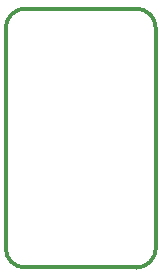
<source format=gko>
G04*
G04 #@! TF.GenerationSoftware,Altium Limited,Altium Designer,22.9.1 (49)*
G04*
G04 Layer_Color=16711935*
%FSLAX44Y44*%
%MOMM*%
G71*
G04*
G04 #@! TF.SameCoordinates,28A18DAE-CB9E-4B37-A36C-106CF66A5601*
G04*
G04*
G04 #@! TF.FilePolarity,Positive*
G04*
G01*
G75*
%ADD21C,0.3000*%
D21*
X22647Y223097D02*
G03*
X6018Y206526I-34J-16595D01*
G01*
X133097Y206353D02*
G03*
X116526Y222982I-16595J34D01*
G01*
X5903Y20397D02*
G03*
X22474Y3768I16595J-34D01*
G01*
X116501Y3679D02*
G03*
X133130Y20250I34J16595D01*
G01*
X6000Y20242D02*
Y206526D01*
X22432Y3810D02*
X116690D01*
X133000Y20120D02*
Y206451D01*
X22647Y223000D02*
X116451D01*
M02*

</source>
